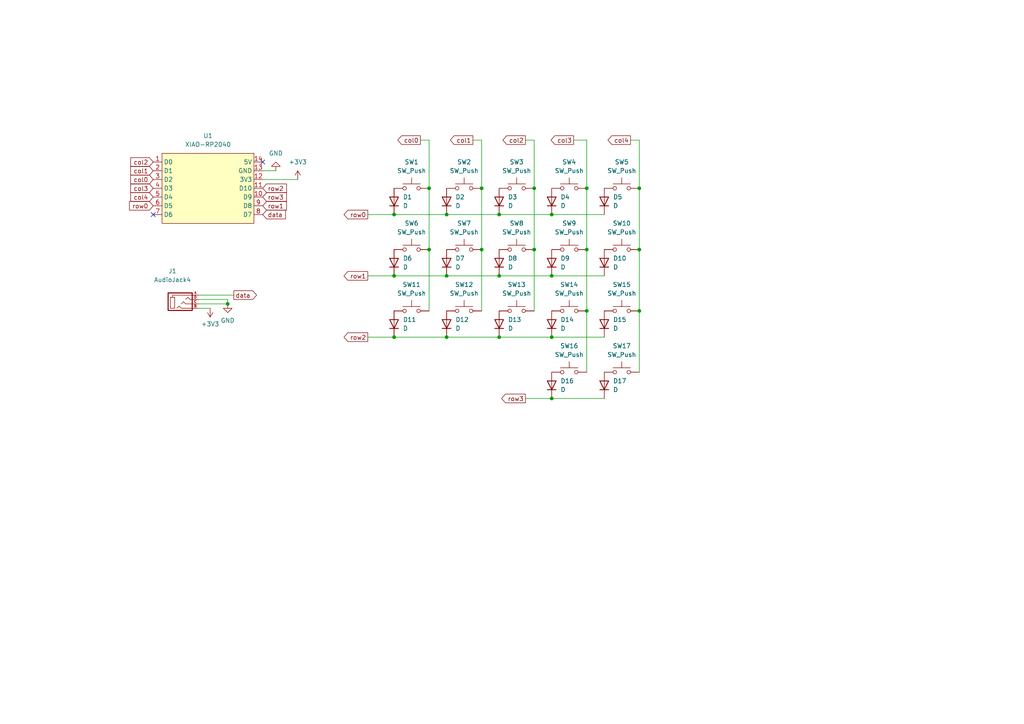
<source format=kicad_sch>
(kicad_sch (version 20211123) (generator eeschema)
  (paper "A4")
  (lib_symbols
    (symbol "Device:D" (pin_numbers hide) (pin_names (offset 1.016) hide)
      (property "Reference" "D" (at 0 2.54 0))
      (property "Value" "D" (at 0 -2.54 0))
      (symbol "D_0_1"
        (polyline (pts (xy -1.27 1.27) (xy -1.27 -1.27)) (stroke (width 0.254)))
        (polyline (pts (xy 1.27 0) (xy -1.27 0)))
        (polyline (pts (xy 1.27 1.27) (xy 1.27 -1.27) (xy -1.27 0) (xy 1.27 1.27)) (stroke (width 0.254)))
      )
      (symbol "D_1_1"
        (pin passive line (at -3.81 0 0) (length 2.54) (name "K") (number "1"))
        (pin passive line (at 3.81 0 180) (length 2.54) (name "A") (number "2"))
      )
    )
    (symbol "Switch:SW_Push" (pin_numbers hide) (pin_names (offset 1.016) hide)
      (property "Reference" "SW" (at 1.27 2.54 0))
      (property "Value" "SW_Push" (at 0 -1.524 0))
      (symbol "SW_Push_0_1"
        (circle (center -2.032 0) (radius 0.508))
        (polyline (pts (xy 0 1.27) (xy 0 3.048)))
        (polyline (pts (xy 2.54 1.27) (xy -2.54 1.27)))
        (circle (center 2.032 0) (radius 0.508))
        (pin passive line (at -5.08 0 0) (length 2.54) (name "1") (number "1"))
        (pin passive line (at 5.08 0 180) (length 2.54) (name "2") (number "2"))
      )
    )
    (symbol "kbd:MJ-4PP-9" (pin_names (offset 1.016))
      (property "Reference" "J" (at 0 3.81 0))
      (property "Value" "MJ-4PP-9" (at 0 -3.81 0))
      (symbol "MJ-4PP-9_0_1"
        (rectangle (start -1.905 -1.905) (end -3.175 1.27))
        (polyline (pts (xy -2.54 1.27) (xy -2.54 1.905) (xy 3.175 1.905)))
        (polyline (pts (xy -1.27 -1.905) (xy -0.635 -1.27) (xy 0 -1.905) (xy 3.175 -1.905)))
        (polyline (pts (xy 0 -0.635) (xy 0.635 0) (xy 1.27 -0.635) (xy 3.175 -0.635)))
        (polyline (pts (xy 1.27 0.635) (xy 1.905 1.27) (xy 2.54 0.635) (xy 3.175 0.635)))
        (rectangle (start 3.175 2.54) (end -3.81 -2.54) (stroke (width 0.3048)))
      )
      (symbol "MJ-4PP-9_1_1"
        (pin input line (at 5.08 1.905 180) (length 2.0066) (name "~") (number "A"))
        (pin input line (at 5.08 -1.905 180) (length 2.0066) (name "~") (number "B"))
        (pin input line (at 5.08 -0.635 180) (length 2.0066) (name "~") (number "C"))
        (pin input line (at 5.08 0.635 180) (length 2.0066) (name "~") (number "D"))
      )
    )
    (symbol "power:+3V3" (power) (pin_names (offset 0))
      (property "Value" "+3V3" (at 0 3.556 0))
      (symbol "+3V3_0_1"
        (polyline (pts (xy -0.762 1.27) (xy 0 2.54)))
        (polyline (pts (xy 0 0) (xy 0 2.54)))
        (polyline (pts (xy 0 2.54) (xy 0.762 1.27)))
      )
      (symbol "+3V3_1_1"
        (pin power_in line (at 0 0 90) (length 0) hide (name "+3V3") (number "1"))
      )
    )
    (symbol "power:GND" (power) (pin_names (offset 0))
      (property "Value" "GND" (at 0 -3.81 0))
      (symbol "GND_0_1"
        (polyline (pts (xy 0 0) (xy 0 -1.27) (xy 1.27 -1.27) (xy 0 -2.54) (xy -1.27 -1.27) (xy 0 -1.27)))
      )
      (symbol "GND_1_1"
        (pin power_in line (at 0 0 270) (length 0) hide (name "GND") (number "1"))
      )
    )
    (symbol "selen:XIAO-RP2040"
      (property "Reference" "U" (at 0 0 0))
      (property "Value" "XIAO-RP2040" (at 6.35 5.08 0))
      (symbol "XIAO-RP2040_0_1"
        (rectangle (start -5.08 13.97) (end 21.59 -6.35) (fill (type background)))
      )
      (symbol "XIAO-RP2040_1_1"
        (pin bidirectional line (at -7.62 11.43 0) (length 2.54) (name "D0") (number "1"))
        (pin bidirectional line (at 24.13 1.27 180) (length 2.54) (name "D9") (number "10"))
        (pin bidirectional line (at 24.13 3.81 180) (length 2.54) (name "D10") (number "11"))
        (pin power_in line (at 24.13 6.35 180) (length 2.54) (name "3V3") (number "12"))
        (pin power_in line (at 24.13 8.89 180) (length 2.54) (name "GND") (number "13"))
        (pin power_in line (at 24.13 11.43 180) (length 2.54) (name "5V") (number "14"))
        (pin bidirectional line (at -7.62 8.89 0) (length 2.54) (name "D1") (number "2"))
        (pin bidirectional line (at -7.62 6.35 0) (length 2.54) (name "D2") (number "3"))
        (pin bidirectional line (at -7.62 3.81 0) (length 2.54) (name "D3") (number "4"))
        (pin bidirectional line (at -7.62 1.27 0) (length 2.54) (name "D4") (number "5"))
        (pin bidirectional line (at -7.62 -1.27 0) (length 2.54) (name "D5") (number "6"))
        (pin bidirectional line (at -7.62 -3.81 0) (length 2.54) (name "D6") (number "7"))
        (pin bidirectional line (at 24.13 -3.81 180) (length 2.54) (name "D7") (number "8"))
        (pin bidirectional line (at 24.13 -1.27 180) (length 2.54) (name "D8") (number "9"))
      )
    )
  )
  (junction (at 144.78 97.79))
  (junction (at 144.78 62.23))
  (junction (at 154.94 54.61))
  (junction (at 185.42 90.17))
  (junction (at 160.02 62.23))
  (junction (at 170.18 72.39))
  (junction (at 66.04 88.138))
  (junction (at 129.54 97.79))
  (junction (at 139.7 72.39))
  (junction (at 170.18 54.61))
  (junction (at 124.46 72.39))
  (junction (at 114.3 62.23))
  (junction (at 154.94 72.39))
  (junction (at 129.54 62.23))
  (junction (at 114.3 80.01))
  (junction (at 139.7 54.61))
  (junction (at 144.78 80.01))
  (junction (at 160.02 97.79))
  (junction (at 114.3 97.79))
  (junction (at 129.54 80.01))
  (junction (at 185.42 54.61))
  (junction (at 170.18 90.17))
  (junction (at 160.02 80.01))
  (junction (at 160.02 115.57))
  (junction (at 185.42 72.39))
  (junction (at 124.46 54.61))
  (no_connect (at 44.45 62.23))
  (no_connect (at 76.2 46.99))
  (wire (pts (xy 170.18 54.61) (xy 170.18 72.39)))
  (wire (pts (xy 160.02 62.23) (xy 175.26 62.23)))
  (wire (pts (xy 182.88 40.64) (xy 185.42 40.64)))
  (wire (pts (xy 76.2 52.07) (xy 86.36 52.07)))
  (wire (pts (xy 114.3 97.79) (xy 129.54 97.79)))
  (wire (pts (xy 154.94 72.39) (xy 154.94 90.17)))
  (wire (pts (xy 160.02 115.57) (xy 175.26 115.57)))
  (wire (pts (xy 144.78 62.23) (xy 160.02 62.23)))
  (wire (pts (xy 185.42 72.39) (xy 185.42 90.17)))
  (wire (pts (xy 124.46 40.64) (xy 124.46 54.61)))
  (wire (pts (xy 121.92 40.64) (xy 124.46 40.64)))
  (wire (pts (xy 114.3 62.23) (xy 129.54 62.23)))
  (wire (pts (xy 57.658 88.138) (xy 66.04 88.138)))
  (wire (pts (xy 185.42 54.61) (xy 185.42 72.39)))
  (wire (pts (xy 170.18 72.39) (xy 170.18 90.17)))
  (wire (pts (xy 129.54 62.23) (xy 144.78 62.23)))
  (wire (pts (xy 166.37 40.64) (xy 170.18 40.64)))
  (wire (pts (xy 106.68 62.23) (xy 114.3 62.23)))
  (wire (pts (xy 106.68 97.79) (xy 114.3 97.79)))
  (wire (pts (xy 139.7 72.39) (xy 139.7 90.17)))
  (wire (pts (xy 152.4 115.57) (xy 160.02 115.57)))
  (wire (pts (xy 114.3 80.01) (xy 129.54 80.01)))
  (wire (pts (xy 144.78 97.79) (xy 160.02 97.79)))
  (wire (pts (xy 170.18 90.17) (xy 170.18 107.95)))
  (wire (pts (xy 106.68 80.01) (xy 114.3 80.01)))
  (wire (pts (xy 57.658 86.868) (xy 66.04 86.868)))
  (wire (pts (xy 57.658 89.408) (xy 60.96 89.408)))
  (wire (pts (xy 76.2 49.53) (xy 80.01 49.53)))
  (wire (pts (xy 124.46 54.61) (xy 124.46 72.39)))
  (wire (pts (xy 137.16 40.64) (xy 139.7 40.64)))
  (wire (pts (xy 185.42 90.17) (xy 185.42 107.95)))
  (wire (pts (xy 160.02 80.01) (xy 175.26 80.01)))
  (wire (pts (xy 129.54 80.01) (xy 144.78 80.01)))
  (wire (pts (xy 185.42 40.64) (xy 185.42 54.61)))
  (wire (pts (xy 66.04 86.868) (xy 66.04 88.138)))
  (wire (pts (xy 170.18 40.64) (xy 170.18 54.61)))
  (wire (pts (xy 139.7 40.64) (xy 139.7 54.61)))
  (wire (pts (xy 57.658 85.598) (xy 67.818 85.598)))
  (wire (pts (xy 129.54 97.79) (xy 144.78 97.79)))
  (wire (pts (xy 139.7 54.61) (xy 139.7 72.39)))
  (wire (pts (xy 124.46 72.39) (xy 124.46 90.17)))
  (wire (pts (xy 154.94 40.64) (xy 154.94 54.61)))
  (wire (pts (xy 144.78 80.01) (xy 160.02 80.01)))
  (wire (pts (xy 160.02 97.79) (xy 175.26 97.79)))
  (wire (pts (xy 154.94 54.61) (xy 154.94 72.39)))
  (wire (pts (xy 152.4 40.64) (xy 154.94 40.64)))
  (global_label "row2" (shape input) (at 76.2 54.61 0) (property "シート間のリファレンス" "${INTERSHEET_REFS}" (effects hide)))
  (global_label "row3" (shape output) (at 152.4 115.57 180) (property "シート間のリファレンス" "${INTERSHEET_REFS}" (effects hide)))
  (global_label "row0" (shape input) (at 44.45 59.69 180) (property "シート間のリファレンス" "${INTERSHEET_REFS}" (effects hide)))
  (global_label "col0" (shape input) (at 44.45 52.07 180) (property "シート間のリファレンス" "${INTERSHEET_REFS}" (effects hide)))
  (global_label "row3" (shape input) (at 76.2 57.15 0) (property "シート間のリファレンス" "${INTERSHEET_REFS}" (effects hide)))
  (global_label "col3" (shape output) (at 166.37 40.64 180) (property "シート間のリファレンス" "${INTERSHEET_REFS}" (effects hide)))
  (global_label "col4" (shape input) (at 44.45 57.15 180) (property "シート間のリファレンス" "${INTERSHEET_REFS}" (effects hide)))
  (global_label "row0" (shape output) (at 106.68 62.23 180) (property "シート間のリファレンス" "${INTERSHEET_REFS}" (effects hide)))
  (global_label "col2" (shape output) (at 152.4 40.64 180) (property "シート間のリファレンス" "${INTERSHEET_REFS}" (effects hide)))
  (global_label "data" (shape input) (at 76.2 62.23 0) (property "シート間のリファレンス" "${INTERSHEET_REFS}" (effects hide)))
  (global_label "col1" (shape input) (at 44.45 49.53 180) (property "シート間のリファレンス" "${INTERSHEET_REFS}" (effects hide)))
  (global_label "col2" (shape input) (at 44.45 46.99 180) (property "シート間のリファレンス" "${INTERSHEET_REFS}" (effects hide)))
  (global_label "data" (shape output) (at 67.818 85.598 0) (property "シート間のリファレンス" "${INTERSHEET_REFS}" (effects hide)))
  (global_label "col0" (shape output) (at 121.92 40.64 180) (property "シート間のリファレンス" "${INTERSHEET_REFS}" (effects hide)))
  (global_label "col3" (shape input) (at 44.45 54.61 180) (property "シート間のリファレンス" "${INTERSHEET_REFS}" (effects hide)))
  (global_label "row2" (shape output) (at 106.68 97.79 180) (property "シート間のリファレンス" "${INTERSHEET_REFS}" (effects hide)))
  (global_label "row1" (shape output) (at 106.68 80.01 180) (property "シート間のリファレンス" "${INTERSHEET_REFS}" (effects hide)))
  (global_label "col4" (shape output) (at 182.88 40.64 180) (property "シート間のリファレンス" "${INTERSHEET_REFS}" (effects hide)))
  (global_label "col1" (shape output) (at 137.16 40.64 180) (property "シート間のリファレンス" "${INTERSHEET_REFS}" (effects hide)))
  (global_label "row1" (shape input) (at 76.2 59.69 0) (property "シート間のリファレンス" "${INTERSHEET_REFS}" (effects hide)))
  (symbol (lib_id "Device:D") (at 144.78 93.98 90) (unit 1)
    (property "Reference" "D13" (at 147.32 92.7099 90) (effects (justify right)))
    (property "Value" "D" (at 147.32 95.2499 90) (effects (justify right)))
    (property "Footprint" "selen:D_SOD-123_axial" (effects hide))
  )
  (symbol (lib_id "Switch:SW_Push") (at 119.38 72.39 0) (mirror y) (unit 1)
    (property "Reference" "SW6" (at 119.38 64.77 0))
    (property "Value" "SW_Push" (at 119.38 67.31 0))
    (property "Footprint" "kbd:CherryMX_Choc_Hotswap" (effects hide))
  )
  (symbol (lib_id "power:GND") (at 66.04 88.138 0) (unit 1)
    (property "Reference" "#PWR03" (effects hide))
    (property "Value" "GND" (at 66.04 92.964 0))
  )
  (symbol (lib_id "Device:D") (at 175.26 111.76 90) (unit 1)
    (property "Reference" "D17" (at 177.8 110.4899 90) (effects (justify right)))
    (property "Value" "D" (at 177.8 113.0299 90) (effects (justify right)))
    (property "Footprint" "selen:D_SOD-123_axial" (effects hide))
  )
  (symbol (lib_id "Switch:SW_Push") (at 149.86 90.17 0) (mirror y) (unit 1)
    (property "Reference" "SW13" (at 149.86 82.55 0))
    (property "Value" "SW_Push" (at 149.86 85.09 0))
    (property "Footprint" "kbd:CherryMX_Choc_Hotswap" (effects hide))
  )
  (symbol (lib_id "Switch:SW_Push") (at 165.1 54.61 0) (mirror y) (unit 1)
    (property "Reference" "SW4" (at 165.1 46.99 0))
    (property "Value" "SW_Push" (at 165.1 49.53 0))
    (property "Footprint" "kbd:CherryMX_Choc_Hotswap" (effects hide))
  )
  (symbol (lib_id "Device:D") (at 175.26 58.42 90) (unit 1)
    (property "Reference" "D5" (at 177.8 57.1499 90) (effects (justify right)))
    (property "Value" "D" (at 177.8 59.6899 90) (effects (justify right)))
    (property "Footprint" "selen:D_SOD-123_axial" (effects hide))
  )
  (symbol (lib_id "Switch:SW_Push") (at 165.1 90.17 0) (mirror y) (unit 1)
    (property "Reference" "SW14" (at 165.1 82.55 0))
    (property "Value" "SW_Push" (at 165.1 85.09 0))
    (property "Footprint" "kbd:CherryMX_Choc_Hotswap" (effects hide))
  )
  (symbol (lib_id "kbd:MJ-4PP-9") (at 52.578 87.503 0) (unit 1)
    (property "Reference" "J1" (at 50.038 78.613 0))
    (property "Value" "AudioJack4" (at 50.038 81.153 0))
    (property "Footprint" "kbd:MJ-4PP-9" (effects hide))
  )
  (symbol (lib_id "Switch:SW_Push") (at 134.62 54.61 0) (mirror y) (unit 1)
    (property "Reference" "SW2" (at 134.62 46.99 0))
    (property "Value" "SW_Push" (at 134.62 49.53 0))
    (property "Footprint" "kbd:CherryMX_Choc_Hotswap" (effects hide))
  )
  (symbol (lib_id "Switch:SW_Push") (at 165.1 107.95 0) (mirror y) (unit 1)
    (property "Reference" "SW16" (at 165.1 100.33 0))
    (property "Value" "SW_Push" (at 165.1 102.87 0))
    (property "Footprint" "kbd:CherryMX_Choc_Hotswap" (effects hide))
  )
  (symbol (lib_id "Device:D") (at 129.54 93.98 90) (unit 1)
    (property "Reference" "D12" (at 132.08 92.7099 90) (effects (justify right)))
    (property "Value" "D" (at 132.08 95.2499 90) (effects (justify right)))
    (property "Footprint" "selen:D_SOD-123_axial" (effects hide))
  )
  (symbol (lib_id "Device:D") (at 160.02 76.2 90) (unit 1)
    (property "Reference" "D9" (at 162.56 74.9299 90) (effects (justify right)))
    (property "Value" "D" (at 162.56 77.4699 90) (effects (justify right)))
    (property "Footprint" "selen:D_SOD-123_axial" (effects hide))
  )
  (symbol (lib_id "Switch:SW_Push") (at 149.86 54.61 0) (mirror y) (unit 1)
    (property "Reference" "SW3" (at 149.86 46.99 0))
    (property "Value" "SW_Push" (at 149.86 49.53 0))
    (property "Footprint" "kbd:CherryMX_Choc_Hotswap" (effects hide))
  )
  (symbol (lib_id "Device:D") (at 175.26 76.2 90) (unit 1)
    (property "Reference" "D10" (at 177.8 74.9299 90) (effects (justify right)))
    (property "Value" "D" (at 177.8 77.4699 90) (effects (justify right)))
    (property "Footprint" "selen:D_SOD-123_axial" (effects hide))
  )
  (symbol (lib_id "Device:D") (at 114.3 93.98 90) (unit 1)
    (property "Reference" "D11" (at 116.84 92.7099 90) (effects (justify right)))
    (property "Value" "D" (at 116.84 95.2499 90) (effects (justify right)))
    (property "Footprint" "selen:D_SOD-123_axial" (effects hide))
  )
  (symbol (lib_id "Device:D") (at 160.02 93.98 90) (unit 1)
    (property "Reference" "D14" (at 162.56 92.7099 90) (effects (justify right)))
    (property "Value" "D" (at 162.56 95.2499 90) (effects (justify right)))
    (property "Footprint" "selen:D_SOD-123_axial" (effects hide))
  )
  (symbol (lib_id "Switch:SW_Push") (at 180.34 54.61 0) (mirror y) (unit 1)
    (property "Reference" "SW5" (at 180.34 46.99 0))
    (property "Value" "SW_Push" (at 180.34 49.53 0))
    (property "Footprint" "kbd:CherryMX_Choc_Hotswap" (effects hide))
  )
  (symbol (lib_id "power:GND") (at 80.01 49.53 0) (mirror x) (unit 1)
    (property "Reference" "#PWR01" (effects hide))
    (property "Value" "GND" (at 80.01 44.45 0))
  )
  (symbol (lib_id "Switch:SW_Push") (at 180.34 90.17 0) (mirror y) (unit 1)
    (property "Reference" "SW15" (at 180.34 82.55 0))
    (property "Value" "SW_Push" (at 180.34 85.09 0))
    (property "Footprint" "kbd:CherryMX_Choc_Hotswap" (effects hide))
  )
  (symbol (lib_id "Switch:SW_Push") (at 180.34 107.95 0) (mirror y) (unit 1)
    (property "Reference" "SW17" (at 180.34 100.33 0))
    (property "Value" "SW_Push" (at 180.34 102.87 0))
    (property "Footprint" "kbd:CherryMX_Choc_Hotswap" (effects hide))
  )
  (symbol (lib_id "Device:D") (at 144.78 58.42 90) (unit 1)
    (property "Reference" "D3" (at 147.32 57.1499 90) (effects (justify right)))
    (property "Value" "D" (at 147.32 59.6899 90) (effects (justify right)))
    (property "Footprint" "selen:D_SOD-123_axial" (effects hide))
  )
  (symbol (lib_id "Switch:SW_Push") (at 180.34 72.39 0) (mirror y) (unit 1)
    (property "Reference" "SW10" (at 180.34 64.77 0))
    (property "Value" "SW_Push" (at 180.34 67.31 0))
    (property "Footprint" "kbd:CherryMX_Choc_Hotswap" (effects hide))
  )
  (symbol (lib_id "Device:D") (at 114.3 76.2 90) (unit 1)
    (property "Reference" "D6" (at 116.84 74.9299 90) (effects (justify right)))
    (property "Value" "D" (at 116.84 77.4699 90) (effects (justify right)))
    (property "Footprint" "selen:D_SOD-123_axial" (effects hide))
  )
  (symbol (lib_id "power:+3V3") (at 86.36 52.07 0) (unit 1)
    (property "Reference" "#PWR02" (effects hide))
    (property "Value" "+3V3" (at 86.36 46.99 0))
  )
  (symbol (lib_id "Switch:SW_Push") (at 134.62 72.39 0) (mirror y) (unit 1)
    (property "Reference" "SW7" (at 134.62 64.77 0))
    (property "Value" "SW_Push" (at 134.62 67.31 0))
    (property "Footprint" "kbd:CherryMX_Choc_Hotswap" (effects hide))
  )
  (symbol (lib_id "Device:D") (at 160.02 111.76 90) (unit 1)
    (property "Reference" "D16" (at 162.56 110.4899 90) (effects (justify right)))
    (property "Value" "D" (at 162.56 113.0299 90) (effects (justify right)))
    (property "Footprint" "selen:D_SOD-123_axial" (effects hide))
  )
  (symbol (lib_id "Switch:SW_Push") (at 165.1 72.39 0) (mirror y) (unit 1)
    (property "Reference" "SW9" (at 165.1 64.77 0))
    (property "Value" "SW_Push" (at 165.1 67.31 0))
    (property "Footprint" "kbd:CherryMX_Choc_Hotswap" (effects hide))
  )
  (symbol (lib_id "selen:XIAO-RP2040") (at 52.07 58.42 0) (unit 1)
    (property "Reference" "U1" (at 60.325 39.37 0))
    (property "Value" "XIAO-RP2040" (at 60.325 41.91 0))
    (property "Footprint" "selen:XIAO-MOUDLE14P-2.54-21X17.8MM_SMD_reversible" (effects hide))
  )
  (symbol (lib_id "Switch:SW_Push") (at 134.62 90.17 0) (mirror y) (unit 1)
    (property "Reference" "SW12" (at 134.62 82.55 0))
    (property "Value" "SW_Push" (at 134.62 85.09 0))
    (property "Footprint" "kbd:CherryMX_Choc_Hotswap" (effects hide))
  )
  (symbol (lib_id "Device:D") (at 129.54 76.2 90) (unit 1)
    (property "Reference" "D7" (at 132.08 74.9299 90) (effects (justify right)))
    (property "Value" "D" (at 132.08 77.4699 90) (effects (justify right)))
    (property "Footprint" "selen:D_SOD-123_axial" (effects hide))
  )
  (symbol (lib_id "Device:D") (at 114.3 58.42 90) (unit 1)
    (property "Reference" "D1" (at 116.84 57.1499 90) (effects (justify right)))
    (property "Value" "D" (at 116.84 59.6899 90) (effects (justify right)))
    (property "Footprint" "selen:D_SOD-123_axial" (effects hide))
  )
  (symbol (lib_id "Device:D") (at 175.26 93.98 90) (unit 1)
    (property "Reference" "D15" (at 177.8 92.7099 90) (effects (justify right)))
    (property "Value" "D" (at 177.8 95.2499 90) (effects (justify right)))
    (property "Footprint" "selen:D_SOD-123_axial" (effects hide))
  )
  (symbol (lib_id "Switch:SW_Push") (at 149.86 72.39 0) (mirror y) (unit 1)
    (property "Reference" "SW8" (at 149.86 64.77 0))
    (property "Value" "SW_Push" (at 149.86 67.31 0))
    (property "Footprint" "kbd:CherryMX_Choc_Hotswap" (effects hide))
  )
  (symbol (lib_id "Switch:SW_Push") (at 119.38 90.17 0) (mirror y) (unit 1)
    (property "Reference" "SW11" (at 119.38 82.55 0))
    (property "Value" "SW_Push" (at 119.38 85.09 0))
    (property "Footprint" "kbd:CherryMX_Choc_Hotswap" (effects hide))
  )
  (symbol (lib_id "Device:D") (at 129.54 58.42 90) (unit 1)
    (property "Reference" "D2" (at 132.08 57.1499 90) (effects (justify right)))
    (property "Value" "D" (at 132.08 59.6899 90) (effects (justify right)))
    (property "Footprint" "selen:D_SOD-123_axial" (effects hide))
  )
  (symbol (lib_id "Switch:SW_Push") (at 119.38 54.61 0) (mirror y) (unit 1)
    (property "Reference" "SW1" (at 119.38 46.99 0))
    (property "Value" "SW_Push" (at 119.38 49.53 0))
    (property "Footprint" "kbd:CherryMX_Choc_Hotswap" (effects hide))
  )
  (symbol (lib_id "Device:D") (at 144.78 76.2 90) (unit 1)
    (property "Reference" "D8" (at 147.32 74.9299 90) (effects (justify right)))
    (property "Value" "D" (at 147.32 77.4699 90) (effects (justify right)))
    (property "Footprint" "selen:D_SOD-123_axial" (effects hide))
  )
  (symbol (lib_id "power:+3V3") (at 60.96 89.408 0) (mirror x) (unit 1)
    (property "Reference" "#PWR04" (effects hide))
    (property "Value" "+3V3" (at 60.96 93.98 0))
  )
  (symbol (lib_id "Device:D") (at 160.02 58.42 90) (unit 1)
    (property "Reference" "D4" (at 162.56 57.1499 90) (effects (justify right)))
    (property "Value" "D" (at 162.56 59.6899 90) (effects (justify right)))
    (property "Footprint" "selen:D_SOD-123_axial" (effects hide))
  )
)
</source>
